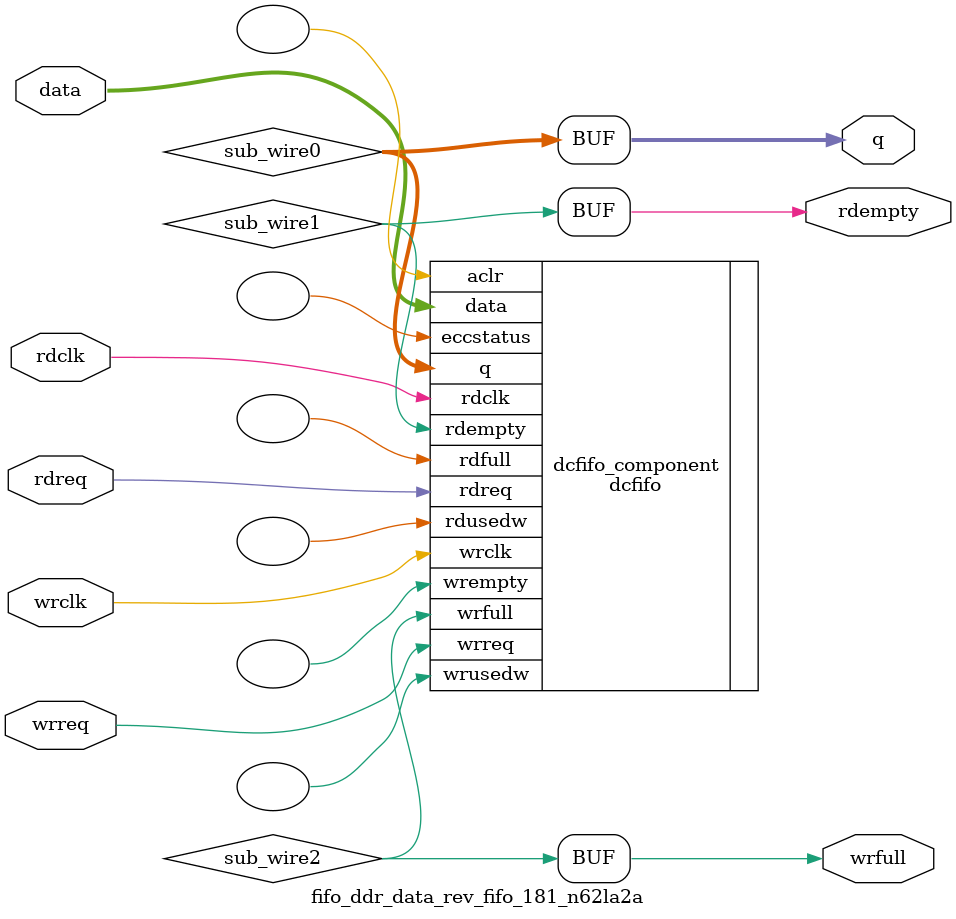
<source format=v>



`timescale 1 ps / 1 ps
// synopsys translate_on
module  fifo_ddr_data_rev_fifo_181_n62la2a  (
    data,
    rdclk,
    rdreq,
    wrclk,
    wrreq,
    q,
    rdempty,
    wrfull);

    input  [127:0]  data;
    input    rdclk;
    input    rdreq;
    input    wrclk;
    input    wrreq;
    output [127:0]  q;
    output   rdempty;
    output   wrfull;

    wire [127:0] sub_wire0;
    wire  sub_wire1;
    wire  sub_wire2;
    wire [127:0] q = sub_wire0[127:0];
    wire  rdempty = sub_wire1;
    wire  wrfull = sub_wire2;

    dcfifo  dcfifo_component (
                .data (data),
                .rdclk (rdclk),
                .rdreq (rdreq),
                .wrclk (wrclk),
                .wrreq (wrreq),
                .q (sub_wire0),
                .rdempty (sub_wire1),
                .wrfull (sub_wire2),
                .aclr (),
                .eccstatus (),
                .rdfull (),
                .rdusedw (),
                .wrempty (),
                .wrusedw ());
    defparam
        dcfifo_component.enable_ecc  = "FALSE",
        dcfifo_component.intended_device_family  = "Arria 10",
        dcfifo_component.lpm_hint  = "DISABLE_DCFIFO_EMBEDDED_TIMING_CONSTRAINT=TRUE",
        dcfifo_component.lpm_numwords  = 256,
        dcfifo_component.lpm_showahead  = "ON",
        dcfifo_component.lpm_type  = "dcfifo",
        dcfifo_component.lpm_width  = 128,
        dcfifo_component.lpm_widthu  = 8,
        dcfifo_component.overflow_checking  = "ON",
        dcfifo_component.rdsync_delaypipe  = 4,
        dcfifo_component.underflow_checking  = "ON",
        dcfifo_component.use_eab  = "ON",
        dcfifo_component.wrsync_delaypipe  = 4;


endmodule



</source>
